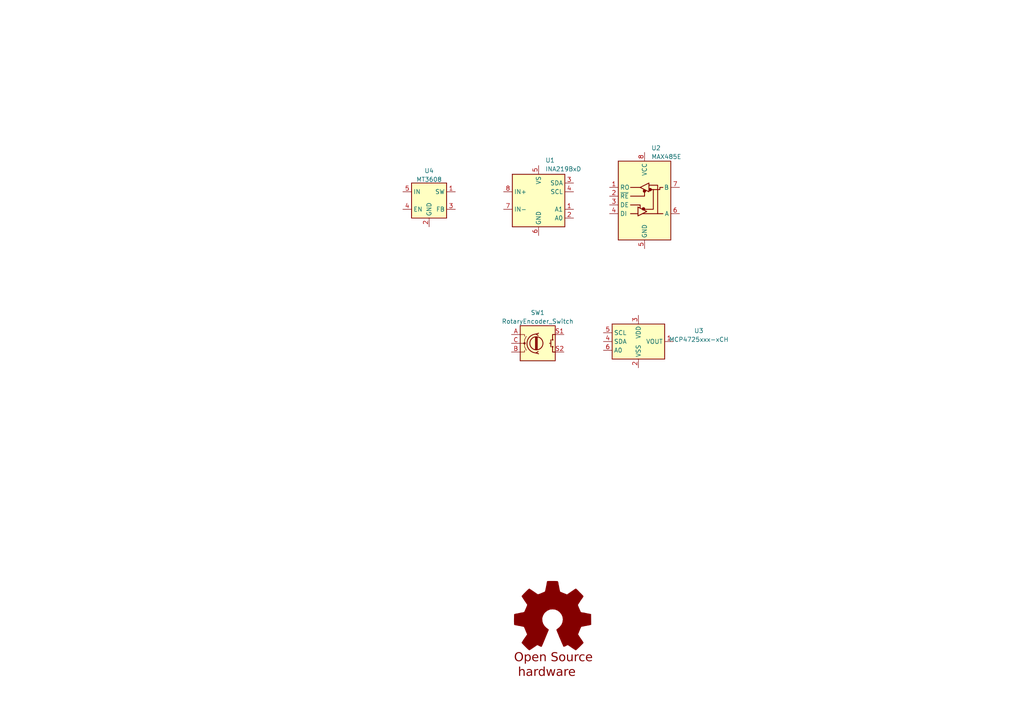
<source format=kicad_sch>
(kicad_sch (version 20230121) (generator eeschema)
  (paper "A4")
  (title_block (title "µPower Module") (date "2023-05-19") (rev "0.0"))
  (lib_symbols
    (symbol "Analog_DAC:MCP4725xxx-xCH"
      (property "Reference" "U" (at -6.35 6.35 0))
      (property "Value" "MCP4725xxx-xCH" (at 8.89 6.35 0))
      (symbol "MCP4725xxx-xCH_0_1"
        (rectangle (start -7.62 5.08) (end 7.62 -5.08) (stroke (width 0.254)) (fill (type background)))
      )
      (symbol "MCP4725xxx-xCH_1_1"
        (pin output line (at 10.16 0 180) (length 2.54) (name "VOUT") (number "1"))
        (pin power_in line (at 0 -7.62 90) (length 2.54) (name "VSS") (number "2"))
        (pin power_in line (at 0 7.62 270) (length 2.54) (name "VDD") (number "3"))
        (pin bidirectional line (at -10.16 0 0) (length 2.54) (name "SDA") (number "4"))
        (pin input line (at -10.16 2.54 0) (length 2.54) (name "SCL") (number "5"))
        (pin input line (at -10.16 -2.54 0) (length 2.54) (name "A0") (number "6"))
      )
    )
    (symbol "Device:RotaryEncoder_Switch" (pin_names (offset 0.254) hide)
      (property "Reference" "SW" (at 0 6.604 0))
      (property "Value" "RotaryEncoder_Switch" (at 0 -6.604 0))
      (symbol "RotaryEncoder_Switch_0_1"
        (rectangle (start -5.08 5.08) (end 5.08 -5.08) (stroke (width 0.254)) (fill (type background)))
        (circle (center -3.81 0) (radius 0.254) (fill (type outline)))
        (circle (center -0.381 0) (radius 1.905) (stroke (width 0.254)))
        (arc (start -0.381 2.667) (mid -3.0988 -0.0635) (end -0.381 -2.794) (stroke (width 0.254)))
        (polyline (pts (xy -0.635 -1.778) (xy -0.635 1.778)) (stroke (width 0.254)))
        (polyline (pts (xy -0.381 -1.778) (xy -0.381 1.778)) (stroke (width 0.254)))
        (polyline (pts (xy -0.127 1.778) (xy -0.127 -1.778)) (stroke (width 0.254)))
        (polyline (pts (xy 3.81 0) (xy 3.429 0)) (stroke (width 0.254)))
        (polyline (pts (xy 3.81 1.016) (xy 3.81 -1.016)) (stroke (width 0.254)))
        (polyline (pts (xy -5.08 -2.54) (xy -3.81 -2.54) (xy -3.81 -2.032)))
        (polyline (pts (xy -5.08 2.54) (xy -3.81 2.54) (xy -3.81 2.032)))
        (polyline (pts (xy 0.254 -3.048) (xy -0.508 -2.794) (xy 0.127 -2.413)) (stroke (width 0.254)))
        (polyline (pts (xy 0.254 2.921) (xy -0.508 2.667) (xy 0.127 2.286)) (stroke (width 0.254)))
        (polyline (pts (xy 5.08 -2.54) (xy 4.318 -2.54) (xy 4.318 -1.016)) (stroke (width 0.254)))
        (polyline (pts (xy 5.08 2.54) (xy 4.318 2.54) (xy 4.318 1.016)) (stroke (width 0.254)))
        (polyline (pts (xy -5.08 0) (xy -3.81 0) (xy -3.81 -1.016) (xy -3.302 -2.032)))
        (polyline (pts (xy -4.318 0) (xy -3.81 0) (xy -3.81 1.016) (xy -3.302 2.032)))
        (circle (center 4.318 -1.016) (radius 0.127) (stroke (width 0.254)))
        (circle (center 4.318 1.016) (radius 0.127) (stroke (width 0.254)))
      )
      (symbol "RotaryEncoder_Switch_1_1"
        (pin passive line (at -7.62 2.54 0) (length 2.54) (name "A") (number "A"))
        (pin passive line (at -7.62 -2.54 0) (length 2.54) (name "B") (number "B"))
        (pin passive line (at -7.62 0 0) (length 2.54) (name "C") (number "C"))
        (pin passive line (at 7.62 2.54 180) (length 2.54) (name "S1") (number "S1"))
        (pin passive line (at 7.62 -2.54 180) (length 2.54) (name "S2") (number "S2"))
      )
    )
    (symbol "Graphic:Logo_Open_Hardware_Large" (in_bom no) (on_board no)
      (symbol "Logo_Open_Hardware_Large_1_1"
        (polyline (pts (xy 6.731 -8.7122) (xy 6.6294 -8.6614) (xy 6.35 -8.4836) (xy 5.9944 -8.255) (xy 5.5372 -7.9502) (xy 5.1054 -7.6454) (xy 4.7498 -7.4168) (xy 4.4958 -7.239) (xy 4.3942 -7.1882) (xy 4.318 -7.2136) (xy 4.1148 -7.3152) (xy 3.81 -7.4676) (xy 3.6322 -7.5692) (xy 3.3528 -7.6708) (xy 3.2258 -7.6962) (xy 3.2004 -7.6708) (xy 3.0988 -7.4676) (xy 2.9464 -7.0866) (xy 2.7178 -6.604) (xy 2.4892 -6.0452) (xy 2.2352 -5.4356) (xy 1.9558 -4.826) (xy 1.7272 -4.2164) (xy 1.4986 -3.683) (xy 1.3208 -3.2512) (xy 1.2192 -2.9464) (xy 1.1684 -2.8194) (xy 1.1938 -2.794) (xy 1.3208 -2.667) (xy 1.5748 -2.4892) (xy 2.0828 -2.0574) (xy 2.6162 -1.397) (xy 2.921 -0.6604) (xy 3.048 0.1524) (xy 2.9464 0.9144) (xy 2.6416 1.6256) (xy 2.1336 2.286) (xy 1.524 2.7686) (xy 0.8128 3.0734) (xy 0 3.175) (xy -0.762 3.0988) (xy -1.4986 2.794) (xy -2.159 2.286) (xy -2.4384 1.9812) (xy -2.8194 1.3208) (xy -3.048 0.6096) (xy -3.0734 0.4318) (xy -3.0226 -0.3556) (xy -2.794 -1.0922) (xy -2.3876 -1.7526) (xy -1.8288 -2.3114) (xy -1.7526 -2.3622) (xy -1.4732 -2.5654) (xy -1.2954 -2.6924) (xy -1.1684 -2.8194) (xy -2.159 -5.207) (xy -2.3114 -5.588) (xy -2.5908 -6.2484) (xy -2.8194 -6.8072) (xy -3.0226 -7.2644) (xy -3.1496 -7.5692) (xy -3.2258 -7.6708) (xy -3.2258 -7.6962) (xy -3.302 -7.6962) (xy -3.4798 -7.6454) (xy -3.8354 -7.4676) (xy -4.0386 -7.366) (xy -4.2926 -7.239) (xy -4.4196 -7.1882) (xy -4.5212 -7.239) (xy -4.7498 -7.3914) (xy -5.1054 -7.6454) (xy -5.5372 -7.9248) (xy -5.9436 -8.2042) (xy -6.3246 -8.4582) (xy -6.604 -8.636) (xy -6.731 -8.7122) (xy -6.7564 -8.7122) (xy -6.858 -8.636) (xy -7.0866 -8.4582) (xy -7.4168 -8.1534) (xy -7.874 -7.6962) (xy -7.9502 -7.62) (xy -8.3312 -7.239) (xy -8.636 -6.9088) (xy -8.8392 -6.6802) (xy -8.9154 -6.5786) (xy -8.9154 -6.5786) (xy -8.8392 -6.4516) (xy -8.6614 -6.1722) (xy -8.4328 -5.7912) (xy -8.128 -5.3594) (xy -7.3152 -4.191) (xy -7.7724 -3.0988) (xy -7.8994 -2.7686) (xy -8.0772 -2.3622) (xy -8.2042 -2.0828) (xy -8.255 -1.9558) (xy -8.382 -1.905) (xy -8.6614 -1.8542) (xy -9.0932 -1.7526) (xy -9.6266 -1.651) (xy -10.1092 -1.5748) (xy -10.541 -1.4732) (xy -10.8712 -1.4224) (xy -11.0236 -1.397) (xy -11.049 -1.3716) (xy -11.0744 -1.2954) (xy -11.0998 -1.143) (xy -11.0998 -0.889) (xy -11.1252 -0.4572) (xy -11.1252 0.1524) (xy -11.1252 0.2286) (xy -11.0998 0.8128) (xy -11.0998 1.27) (xy -11.0744 1.5494) (xy -11.0744 1.6764) (xy -11.0744 1.6764) (xy -10.922 1.7018) (xy -10.6172 1.778) (xy -10.16 1.8542) (xy -9.652 1.9558) (xy -9.6012 1.9812) (xy -9.0932 2.0828) (xy -8.636 2.159) (xy -8.3312 2.2352) (xy -8.2042 2.286) (xy -8.1788 2.3114) (xy -8.0772 2.5146) (xy -7.9248 2.8448) (xy -7.747 3.2512) (xy -7.5692 3.6576) (xy -7.4168 4.0386) (xy -7.3152 4.318) (xy -7.2898 4.445) (xy -7.2898 4.445) (xy -7.366 4.572) (xy -7.5438 4.826) (xy -7.7978 5.207) (xy -8.128 5.6642) (xy -8.128 5.6896) (xy -8.4328 6.1468) (xy -8.6868 6.5278) (xy -8.8392 6.7818) (xy -8.9154 6.9088) (xy -8.9154 6.9088) (xy -8.8138 7.0358) (xy -8.5852 7.2898) (xy -8.255 7.6454) (xy -7.874 8.0264) (xy -7.747 8.1534) (xy -7.3152 8.5852) (xy -7.0104 8.8646) (xy -6.8326 8.9916) (xy -6.731 9.0424) (xy -6.731 9.0424) (xy -6.604 8.9408) (xy -6.3246 8.763) (xy -5.9436 8.509) (xy -5.4864 8.2042) (xy -5.461 8.1788) (xy -5.0038 7.874) (xy -4.6482 7.62) (xy -4.3688 7.4422) (xy -4.2672 7.3914) (xy -4.2418 7.3914) (xy -4.064 7.4422) (xy -3.7338 7.5438) (xy -3.3528 7.6962) (xy -2.9464 7.874) (xy -2.5654 8.0264) (xy -2.286 8.1534) (xy -2.159 8.2296) (xy -2.159 8.2296) (xy -2.1082 8.382) (xy -2.032 8.7122) (xy -1.9304 9.1694) (xy -1.8288 9.7282) (xy -1.8034 9.8044) (xy -1.7018 10.3378) (xy -1.6256 10.7696) (xy -1.5748 11.0744) (xy -1.524 11.2014) (xy -1.4478 11.2268) (xy -1.1938 11.2522) (xy -0.8128 11.2522) (xy -0.3302 11.2522) (xy 0.1524 11.2522) (xy 0.6604 11.2522) (xy 1.0668 11.2268) (xy 1.3716 11.2014) (xy 1.4986 11.176) (xy 1.4986 11.176) (xy 1.5494 11.0236) (xy 1.6256 10.6934) (xy 1.7018 10.2108) (xy 1.8288 9.6774) (xy 1.8288 9.5758) (xy 1.9304 9.0424) (xy 2.032 8.6106) (xy 2.0828 8.3058) (xy 2.1336 8.2042) (xy 2.159 8.1788) (xy 2.3876 8.0772) (xy 2.7432 7.9248) (xy 3.175 7.747) (xy 4.191 7.3406) (xy 5.461 8.2042) (xy 5.5626 8.2804) (xy 6.0198 8.5852) (xy 6.3754 8.8392) (xy 6.6294 8.9916) (xy 6.7564 9.0424) (xy 6.7564 9.0424) (xy 6.8834 8.9408) (xy 7.1374 8.7122) (xy 7.4676 8.382) (xy 7.8486 7.9756) (xy 8.1534 7.6962) (xy 8.4836 7.3406) (xy 8.7122 7.112) (xy 8.8392 6.9596) (xy 8.8646 6.858) (xy 8.8646 6.8072) (xy 8.7884 6.6802) (xy 8.6106 6.4008) (xy 8.3312 6.0198) (xy 8.0264 5.588) (xy 7.7978 5.207) (xy 7.5184 4.8006) (xy 7.3406 4.4958) (xy 7.2898 4.3434) (xy 7.2898 4.2926) (xy 7.3914 4.0386) (xy 7.5184 3.683) (xy 7.7216 3.2258) (xy 8.1534 2.2352) (xy 8.7884 2.1082) (xy 9.1948 2.0574) (xy 9.7536 1.9304) (xy 10.2616 1.8288) (xy 11.0998 1.6764) (xy 11.1252 -1.3208) (xy 10.9982 -1.3716) (xy 10.8712 -1.397) (xy 10.5664 -1.4732) (xy 10.1346 -1.5494) (xy 9.6266 -1.651) (xy 9.1948 -1.7272) (xy 8.7376 -1.8288) (xy 8.4328 -1.8796) (xy 8.2804 -1.905) (xy 8.255 -1.9558) (xy 8.1534 -2.159) (xy 7.9756 -2.5146) (xy 7.8232 -2.921) (xy 7.6454 -3.3274) (xy 7.493 -3.7338) (xy 7.366 -4.0132) (xy 7.3406 -4.191) (xy 7.3914 -4.2926) (xy 7.5692 -4.5466) (xy 7.7978 -4.9276) (xy 8.1026 -5.3594) (xy 8.4074 -5.7912) (xy 8.6614 -6.1722) (xy 8.8138 -6.4262) (xy 8.89 -6.5532) (xy 8.8646 -6.6548) (xy 8.6868 -6.858) (xy 8.3566 -7.1882) (xy 7.874 -7.6708) (xy 7.7978 -7.747) (xy 7.3914 -8.128) (xy 7.0612 -8.4328) (xy 6.8326 -8.636) (xy 6.731 -8.7122)) (fill (type outline)))
      )
    )
    (symbol "Interface_UART:MAX485E"
      (property "Reference" "U" (at -6.096 11.43 0))
      (property "Value" "MAX485E" (at 0.762 11.43 0))
      (symbol "MAX485E_0_1"
        (rectangle (start -7.62 10.16) (end 7.62 -12.7) (stroke (width 0.254)) (fill (type background)))
        (circle (center -0.3048 -3.683) (radius 0.3556) (stroke (width 0.254)) (fill (type outline)))
        (circle (center -0.0254 1.4986) (radius 0.3556) (stroke (width 0.254)) (fill (type outline)))
        (polyline (pts (xy -4.064 -5.08) (xy -1.905 -5.08)) (stroke (width 0.254)))
        (polyline (pts (xy -4.064 2.54) (xy -1.27 2.54)) (stroke (width 0.254)))
        (polyline (pts (xy -1.27 -3.2004) (xy -1.27 -3.4544)) (stroke (width 0.254)))
        (polyline (pts (xy -0.635 -5.08) (xy 5.334 -5.08)) (stroke (width 0.254)))
        (polyline (pts (xy -4.064 -2.54) (xy -1.27 -2.54) (xy -1.27 -3.175)) (stroke (width 0.254)))
        (polyline (pts (xy 0 1.27) (xy 0 0) (xy -4.064 0)) (stroke (width 0.254)))
        (polyline (pts (xy 1.27 3.175) (xy 3.81 3.175) (xy 3.81 -5.08)) (stroke (width 0.254)))
        (polyline (pts (xy 2.54 1.905) (xy 2.54 -3.81) (xy 0 -3.81)) (stroke (width 0.254)))
        (polyline (pts (xy -1.905 -3.175) (xy -1.905 -5.715) (xy 0.635 -4.445) (xy -1.905 -3.175)) (stroke (width 0.254)))
        (polyline (pts (xy -1.27 2.54) (xy 1.27 3.81) (xy 1.27 1.27) (xy -1.27 2.54)) (stroke (width 0.254)))
        (polyline (pts (xy 1.905 1.905) (xy 4.445 1.905) (xy 4.445 2.54) (xy 5.334 2.54)) (stroke (width 0.254)))
        (rectangle (start 1.27 3.175) (end 1.27 3.175))
        (circle (center 1.651 1.905) (radius 0.3556) (stroke (width 0.254)) (fill (type outline)))
      )
      (symbol "MAX485E_1_1"
        (pin output line (at -10.16 2.54 0) (length 2.54) (name "RO") (number "1"))
        (pin input line (at -10.16 0 0) (length 2.54) (name "~{RE}") (number "2"))
        (pin input line (at -10.16 -2.54 0) (length 2.54) (name "DE") (number "3"))
        (pin input line (at -10.16 -5.08 0) (length 2.54) (name "DI") (number "4"))
        (pin power_in line (at 0 -15.24 90) (length 2.54) (name "GND") (number "5"))
        (pin bidirectional line (at 10.16 -5.08 180) (length 2.54) (name "A") (number "6"))
        (pin bidirectional line (at 10.16 2.54 180) (length 2.54) (name "B") (number "7"))
        (pin power_in line (at 0 12.7 270) (length 2.54) (name "VCC") (number "8"))
      )
    )
    (symbol "Regulator_Switching:MT3608"
      (property "Reference" "U" (at -2.54 8.89 0))
      (property "Value" "MT3608" (at -3.81 6.35 0))
      (symbol "MT3608_0_1"
        (rectangle (start -5.08 5.08) (end 5.08 -5.08) (stroke (width 0.254)) (fill (type background)))
      )
      (symbol "MT3608_1_1"
        (pin passive line (at 7.62 2.54 180) (length 2.54) (name "SW") (number "1"))
        (pin power_in line (at 0 -7.62 90) (length 2.54) (name "GND") (number "2"))
        (pin input line (at 7.62 -2.54 180) (length 2.54) (name "FB") (number "3"))
        (pin input line (at -7.62 -2.54 0) (length 2.54) (name "EN") (number "4"))
        (pin power_in line (at -7.62 2.54 0) (length 2.54) (name "IN") (number "5"))
        (pin no_connect line (at 5.08 0 180) (length 2.54) hide (name "NC") (number "6"))
      )
    )
    (symbol "Sensor_Energy:INA219BxD"
      (property "Reference" "U" (at -6.35 8.89 0))
      (property "Value" "INA219BxD" (at 5.08 8.89 0))
      (symbol "INA219BxD_0_1"
        (rectangle (start -7.62 7.62) (end 7.62 -7.62) (stroke (width 0.254)) (fill (type background)))
      )
      (symbol "INA219BxD_1_1"
        (pin input line (at 10.16 -2.54 180) (length 2.54) (name "A1") (number "1"))
        (pin input line (at 10.16 -5.08 180) (length 2.54) (name "A0") (number "2"))
        (pin bidirectional line (at 10.16 5.08 180) (length 2.54) (name "SDA") (number "3"))
        (pin input line (at 10.16 2.54 180) (length 2.54) (name "SCL") (number "4"))
        (pin power_in line (at 0 10.16 270) (length 2.54) (name "VS") (number "5"))
        (pin power_in line (at 0 -10.16 90) (length 2.54) (name "GND") (number "6"))
        (pin input line (at -10.16 -2.54 0) (length 2.54) (name "IN-") (number "7"))
        (pin input line (at -10.16 2.54 0) (length 2.54) (name "IN+") (number "8"))
      )
    )
  )
  (text "Open Source\n hardware" (at 149.098 197.358 0) (effects (font (size 2.54 2.54)) (justify left bottom)))
  (symbol (lib_id "Regulator_Switching:MT3608") (at 124.46 58.166 0) (unit 1)
    (property "Reference" "U4" (at 124.46 49.53 0))
    (property "Value" "MT3608" (at 124.46 52.07 0))
    (property "Footprint" "Package_TO_SOT_SMD:SOT-23-6" (effects hide))
    (property "Datasheet" "https://www.olimex.com/Products/Breadboarding/BB-PWR-3608/resources/MT3608.pdf" (effects hide))
  )
  (symbol (lib_id "Device:RotaryEncoder_Switch") (at 155.956 99.568 0) (unit 1)
    (property "Reference" "SW1" (at 155.956 90.678 0))
    (property "Value" "RotaryEncoder_Switch" (at 155.956 93.218 0))
  )
  (symbol (lib_id "Graphic:Logo_Open_Hardware_Large") (at 160.274 179.832 0) (unit 1) (in_bom no) (on_board no)
    (property "Reference" "#SYM1" (effects hide))
    (property "Value" "Logo_Open_Hardware_Large" (effects hide))
    (property "Sim.Enable" "0" (effects hide))
  )
  (symbol (lib_id "Analog_DAC:MCP4725xxx-xCH") (at 185.166 99.06 0) (unit 1)
    (property "Reference" "U3" (at 202.692 95.9359 0))
    (property "Value" "MCP4725xxx-xCH" (at 202.692 98.4759 0))
    (property "Footprint" "Package_TO_SOT_SMD:SOT-23-6" (effects hide))
    (property "Datasheet" "http://ww1.microchip.com/downloads/en/DeviceDoc/22039d.pdf" (effects hide))
  )
  (symbol (lib_id "Sensor_Energy:INA219BxD") (at 156.21 58.166 0) (unit 1)
    (property "Reference" "U1" (at 158.1659 46.482 0) (effects (justify left)))
    (property "Value" "INA219BxD" (at 158.1659 49.022 0) (effects (justify left)))
    (property "Footprint" "Package_SO:SOIC-8_3.9x4.9mm_P1.27mm" (effects hide))
    (property "Datasheet" "http://www.ti.com/lit/ds/symlink/ina219.pdf" (effects hide))
  )
  (symbol (lib_id "Interface_UART:MAX485E") (at 186.944 56.896 0) (unit 1)
    (property "Reference" "U2" (at 188.8999 42.926 0) (effects (justify left)))
    (property "Value" "MAX485E" (at 188.8999 45.466 0) (effects (justify left)))
    (property "Datasheet" "https://datasheets.maximintegrated.com/en/ds/MAX1487E-MAX491E.pdf" (effects hide))
  )
)
</source>
